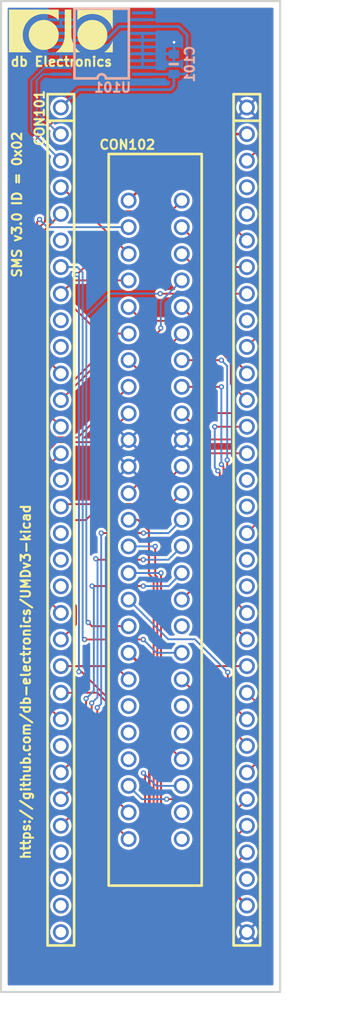
<source format=kicad_pcb>
(kicad_pcb (version 20221018) (generator pcbnew)
  (title_block (title "Sega Master System UMDv3 Adapter") (date "2023-11-17") (rev "3.0") (company "db Electronics") (comment 1 "Licensed Under CERN OHL v.1.2") (comment 2 "https://github.com/db-electronics/UMDv3-sms-kicad"))
  (layers (0 "F.Cu" signal) (31 "B.Cu" signal) (34 "B.Paste" user) (35 "F.Paste" user) (36 "B.SilkS" user "B.Silkscreen") (37 "F.SilkS" user "F.Silkscreen") (38 "B.Mask" user) (39 "F.Mask" user) (44 "Edge.Cuts" user))
  (net 0 "")
  (net 1 "+3V3")
  (net 2 "GND")
  (net 3 "/SDA")
  (net 4 "/SCL")
  (net 5 "/~{M8-B}")
  (net 6 "/A15")
  (net 7 "/A13")
  (net 8 "/~{M0-7}")
  (net 10 "/~{WR}")
  (net 11 "/A10")
  (net 12 "/A8")
  (net 13 "/D0")
  (net 14 "/D14")
  (net 15 "/D2")
  (net 16 "/D12")
  (net 17 "/D10")
  (net 18 "/D8")
  (net 19 "/D6")
  (net 20 "/D4")
  (net 21 "/A5")
  (net 22 "/A3")
  (net 23 "/A1")
  (net 26 "/~{M1}")
  (net 27 "/~{MC-F}")
  (net 28 "/~{MREQ}")
  (net 29 "/A2")
  (net 30 "/A4")
  (net 31 "/~{CE}")
  (net 32 "/A6")
  (net 35 "/D5")
  (net 36 "/D7")
  (net 39 "/D3")
  (net 42 "/D1")
  (net 43 "/A7")
  (net 44 "/A9")
  (net 45 "/A11")
  (net 46 "/~{RD}")
  (net 47 "/~{IORQ}")
  (net 48 "/A12")
  (net 49 "/A14")
  (net 50 "/~{BUSACK}")
  (net 51 "/~{BUSREQ}")
  (net 56 "/5V_0")
  (net 57 "/5V_1")
  (net 61 "/~{RST}")
  (net 62 "/CLK")
  (net 63 "/A0")
  (footprint "db-artwork:db-logo_10mm" (layer "F.Cu") (at 135.9154 58.7502)
    (fp_text reference "logo101" hide)
    (fp_text value "dblogo" hide)
  )
  (footprint "db-thparts:SMS-CONN" (layer "F.Cu") (at 142.367 74.93)
    (fp_text reference "CON102" (at -0.127 -5.334) (layer "F.SilkS") (effects (font (size 0.889 0.889) (thickness 0.2032))))
    (fp_text value "SMS-CONN" hide)
    (pad "1" thru_hole circle (at 0 0 180) (size 1.524 1.524) (drill 1.016) (layers "*.Cu" "*.Mask") (net 56 "/5V_0"))
    (pad "2" thru_hole circle (at 5.08 0 180) (size 1.524 1.524) (drill 1.016) (layers "*.Cu" "*.Mask") (net 10 "/~{WR}"))
    (pad "3" thru_hole circle (at 0 2.54 180) (size 1.524 1.524) (drill 1.016) (layers "*.Cu" "*.Mask") (net 28 "/~{MREQ}"))
    (pad "4" thru_hole circle (at 5.08 2.54 180) (size 1.524 1.524) (drill 1.016) (layers "*.Cu" "*.Mask") (net 46 "/~{RD}"))
    (pad "5" thru_hole circle (at 0 5.08 180) (size 1.524 1.524) (drill 1.016) (layers "*.Cu" "*.Mask") (net 5 "/~{M8-B}"))
    (pad "6" thru_hole circle (at 5.08 5.08 180) (size 1.524 1.524) (drill 1.016) (layers "*.Cu" "*.Mask") (net 49 "/A14"))
    (pad "7" thru_hole circle (at 0 7.62 180) (size 1.524 1.524) (drill 1.016) (layers "*.Cu" "*.Mask") (net 7 "/A13"))
    (pad "8" thru_hole circle (at 5.08 7.62 180) (size 1.524 1.524) (drill 1.016) (layers "*.Cu" "*.Mask") (net 12 "/A8"))
    (pad "9" thru_hole circle (at 0 10.16 180) (size 1.524 1.524) (drill 1.016) (layers "*.Cu" "*.Mask") (net 44 "/A9"))
    (pad "10" thru_hole circle (at 5.08 10.16 180) (size 1.524 1.524) (drill 1.016) (layers "*.Cu" "*.Mask") (net 45 "/A11"))
    (pad "11" thru_hole circle (at 0 12.7 180) (size 1.524 1.524) (drill 1.016) (layers "*.Cu" "*.Mask") (net 8 "/~{M0-7}"))
    (pad "12" thru_hole circle (at 5.08 12.7 180) (size 1.524 1.524) (drill 1.016) (layers "*.Cu" "*.Mask") (net 11 "/A10"))
    (pad "13" thru_hole circle (at 0 15.24 180) (size 1.524 1.524) (drill 1.016) (layers "*.Cu" "*.Mask") (net 31 "/~{CE}"))
    (pad "14" thru_hole circle (at 5.08 15.24 180) (size 1.524 1.524) (drill 1.016) (layers "*.Cu" "*.Mask") (net 36 "/D7"))
    (pad "15" thru_hole circle (at 0 17.78 180) (size 1.524 1.524) (drill 1.016) (layers "*.Cu" "*.Mask") (net 19 "/D6"))
    (pad "16" thru_hole circle (at 5.08 17.78 180) (size 1.524 1.524) (drill 1.016) (layers "*.Cu" "*.Mask") (net 35 "/D5"))
    (pad "17" thru_hole circle (at 0 20.32 180) (size 1.524 1.524) (drill 1.016) (layers "*.Cu" "*.Mask") (net 20 "/D4"))
    (pad "18" thru_hole circle (at 5.08 20.32 180) (size 1.524 1.524) (drill 1.016) (layers "*.Cu" "*.Mask") (net 39 "/D3"))
    (pad "19" thru_hole circle (at 0 22.86 180) (size 1.524 1.524) (drill 1.016) (layers "*.Cu" "*.Mask") (net 2 "GND"))
    (pad "20" thru_hole circle (at 5.08 22.86 180) (size 1.524 1.524) (drill 1.016) (layers "*.Cu" "*.Mask") (net 2 "GND"))
    (pad "21" thru_hole circle (at 0 25.4 180) (size 1.524 1.524) (drill 1.016) (layers "*.Cu" "*.Mask") (net 2 "GND"))
    (pad "22" thru_hole circle (at 5.08 25.4 180) (size 1.524 1.524) (drill 1.016) (layers "*.Cu" "*.Mask") (net 15 "/D2"))
    (pad "23" thru_hole circle (at 0 27.94 180) (size 1.524 1.524) (drill 1.016) (layers "*.Cu" "*.Mask") (net 42 "/D1"))
    (pad "24" thru_hole circle (at 5.08 27.94 180) (size 1.524 1.524) (drill 1.016) (layers "*.Cu" "*.Mask") (net 13 "/D0"))
    (pad "25" thru_hole circle (at 0 30.48 180) (size 1.524 1.524) (drill 1.016) (layers "*.Cu" "*.Mask") (net 63 "/A0"))
    (pad "26" thru_hole circle (at 5.08 30.48 180) (size 1.524 1.524) (drill 1.016) (layers "*.Cu" "*.Mask") (net 23 "/A1"))
    (pad "27" thru_hole circle (at 0 33.02 180) (size 1.524 1.524) (drill 1.016) (layers "*.Cu" "*.Mask") (net 29 "/A2"))
    (pad "28" thru_hole circle (at 5.08 33.02 180) (size 1.524 1.524) (drill 1.016) (layers "*.Cu" "*.Mask") (net 22 "/A3"))
    (pad "29" thru_hole circle (at 0 35.56 180) (size 1.524 1.524) (drill 1.016) (layers "*.Cu" "*.Mask") (net 30 "/A4"))
    (pad "30" thru_hole circle (at 5.08 35.56 180) (size 1.524 1.524) (drill 1.016) (layers "*.Cu" "*.Mask") (net 21 "/A5"))
    (pad "31" thru_hole circle (at 0 38.1 180) (size 1.524 1.524) (drill 1.016) (layers "*.Cu" "*.Mask") (net 32 "/A6"))
    (pad "32" thru_hole circle (at 5.08 38.1 180) (size 1.524 1.524) (drill 1.016) (layers "*.Cu" "*.Mask") (net 43 "/A7"))
    (pad "33" thru_hole circle (at 0 40.64 180) (size 1.524 1.524) (drill 1.016) (layers "*.Cu" "*.Mask") (net 48 "/A12"))
    (pad "34" thru_hole circle (at 5.08 40.64 180) (size 1.524 1.524) (drill 1.016) (layers "*.Cu" "*.Mask"))
    (pad "35" thru_hole circle (at 0 43.18 180) (size 1.524 1.524) (drill 1.016) (layers "*.Cu" "*.Mask") (net 57 "/5V_1"))
    (pad "36" thru_hole circle (at 5.08 43.18 180) (size 1.524 1.524) (drill 1.016) (layers "*.Cu" "*.Mask") (net 6 "/A15"))
    (pad "37" thru_hole circle (at 0 45.72 180) (size 1.524 1.524) (drill 1.016) (layers "*.Cu" "*.Mask") (net 26 "/~{M1}"))
    (pad "38" thru_hole circle (at 5.08 45.72 180) (size 1.524 1.524) (drill 1.016) (layers "*.Cu" "*.Mask") (net 47 "/~{IORQ}"))
    (pad "39" thru_hole circle (at 0 48.26 180) (size 1.524 1.524) (drill 1.016) (layers "*.Cu" "*.Mask"))
    (pad "40" thru_hole circle (at 5.08 48.26 180) (size 1.524 1.524) (drill 1.016) (layers "*.Cu" "*.Mask"))
    (pad "41" thru_hole circle (at 0 50.8 180) (size 1.524 1.524) (drill 1.016) (layers "*.Cu" "*.Mask"))
    (pad "42" thru_hole circle (at 5.08 50.8 180) (size 1.524 1.524) (drill 1.016) (layers "*.Cu" "*.Mask"))
    (pad "43" thru_hole circle (at 0 53.34 180) (size 1.524 1.524) (drill 1.016) (layers "*.Cu" "*.Mask"))
    (pad "44" thru_hole circle (at 5.08 53.34 180) (size 1.524 1.524) (drill 1.016) (layers "*.Cu" "*.Mask") (net 51 "/~{BUSREQ}"))
    (pad "45" thru_hole circle (at 0 55.88 180) (size 1.524 1.524) (drill 1.016) (layers "*.Cu" "*.Mask") (net 50 "/~{BUSACK}"))
    (pad "46" thru_hole circle (at 5.08 55.88 180) (size 1.524 1.524) (drill 1.016) (layers "*.Cu" "*.Mask") (net 61 "/~{RST}"))
    (pad "47" thru_hole circle (at 0 58.42 180) (size 1.524 1.524) (drill 1.016) (layers "*.Cu" "*.Mask") (net 62 "/CLK"))
    (pad "48" thru_hole circle (at 5.08 58.42 180) (size 1.524 1.524) (drill 1.016) (layers "*.Cu" "*.Mask"))
    (pad "49" thru_hole circle (at 0 60.96 180) (size 1.524 1.524) (drill 1.016) (layers "*.Cu" "*.Mask") (net 27 "/~{MC-F}"))
    (pad "50" thru_hole circle (at 5.08 60.96 180) (size 1.524 1.524) (drill 1.016) (layers "*.Cu" "*.Mask"))
  )
  (footprint "db-thparts:UMDv3-CONN-DIP64" (layer "F.Cu") (at 135.89 66.04)
    (fp_text reference "CON101" (at -2.032 1.016 90) (layer "F.SilkS") (effects (font (size 0.889 0.889) (thickness 0.2032))))
    (fp_text value "UMDv3-CONN" hide)
    (pad "1" thru_hole circle (at 0 0) (size 1.524 1.524) (drill 1.016) (layers "*.Cu" "*.Mask") (net 1 "+3V3"))
    (pad "2" thru_hole circle (at 0 2.54) (size 1.524 1.524) (drill 1.016) (layers "*.Cu" "*.Mask") (net 4 "/SCL"))
    (pad "3" thru_hole circle (at 0 5.08) (size 1.524 1.524) (drill 1.016) (layers "*.Cu" "*.Mask") (net 3 "/SDA"))
    (pad "4" thru_hole circle (at 0 7.62) (size 1.524 1.524) (drill 1.016) (layers "*.Cu" "*.Mask") (net 5 "/~{M8-B}"))
    (pad "5" thru_hole circle (at 0 10.16) (size 1.524 1.524) (drill 1.016) (layers "*.Cu" "*.Mask") (net 8 "/~{M0-7}"))
    (pad "6" thru_hole circle (at 0 12.7) (size 1.524 1.524) (drill 1.016) (layers "*.Cu" "*.Mask"))
    (pad "7" thru_hole circle (at 0 15.24) (size 1.524 1.524) (drill 1.016) (layers "*.Cu" "*.Mask") (net 6 "/A15"))
    (pad "8" thru_hole circle (at 0 17.78) (size 1.524 1.524) (drill 1.016) (layers "*.Cu" "*.Mask") (net 7 "/A13"))
    (pad "9" thru_hole circle (at 0 20.32) (size 1.524 1.524) (drill 1.016) (layers "*.Cu" "*.Mask"))
    (pad "10" thru_hole circle (at 0 22.86) (size 1.524 1.524) (drill 1.016) (layers "*.Cu" "*.Mask"))
    (pad "11" thru_hole circle (at 0 25.4) (size 1.524 1.524) (drill 1.016) (layers "*.Cu" "*.Mask") (net 10 "/~{WR}"))
    (pad "12" thru_hole circle (at 0 27.94) (size 1.524 1.524) (drill 1.016) (layers "*.Cu" "*.Mask") (net 11 "/A10"))
    (pad "13" thru_hole circle (at 0 30.48) (size 1.524 1.524) (drill 1.016) (layers "*.Cu" "*.Mask") (net 12 "/A8"))
    (pad "14" thru_hole circle (at 0 33.02) (size 1.524 1.524) (drill 1.016) (layers "*.Cu" "*.Mask") (net 13 "/D0"))
    (pad "15" thru_hole circle (at 0 35.56) (size 1.524 1.524) (drill 1.016) (layers "*.Cu" "*.Mask") (net 14 "/D14"))
    (pad "16" thru_hole circle (at 0 38.1) (size 1.524 1.524) (drill 1.016) (layers "*.Cu" "*.Mask") (net 15 "/D2"))
    (pad "17" thru_hole circle (at 0 40.64) (size 1.524 1.524) (drill 1.016) (layers "*.Cu" "*.Mask") (net 16 "/D12"))
    (pad "18" thru_hole circle (at 0 43.18) (size 1.524 1.524) (drill 1.016) (layers "*.Cu" "*.Mask") (net 17 "/D10"))
    (pad "19" thru_hole circle (at 0 45.72) (size 1.524 1.524) (drill 1.016) (layers "*.Cu" "*.Mask") (net 18 "/D8"))
    (pad "20" thru_hole circle (at 0 48.26) (size 1.524 1.524) (drill 1.016) (layers "*.Cu" "*.Mask") (net 19 "/D6"))
    (pad "21" thru_hole circle (at 0 50.8) (size 1.524 1.524) (drill 1.016) (layers "*.Cu" "*.Mask") (net 20 "/D4"))
    (pad "22" thru_hole circle (at 0 53.34) (size 1.524 1.524) (drill 1.016) (layers "*.Cu" "*.Mask") (net 26 "/~{M1}"))
    (pad "23" thru_hole circle (at 0 55.88) (size 1.524 1.524) (drill 1.016) (layers "*.Cu" "*.Mask") (net 27 "/~{MC-F}"))
    (pad "24" thru_hole circle (at 0 58.42) (size 1.524 1.524) (drill 1.016) (layers "*.Cu" "*.Mask") (net 28 "/~{MREQ}"))
    (pad "25" thru_hole circle (at 0 60.96) (size 1.524 1.524) (drill 1.016) (layers "*.Cu" "*.Mask"))
    (pad "26" thru_hole circle (at 0 63.5) (size 1.524 1.524) (drill 1.016) (layers "*.Cu" "*.Mask") (net 21 "/A5"))
    (pad "27" thru_hole circle (at 0 66.04) (size 1.524 1.524) (drill 1.016) (layers "*.Cu" "*.Mask") (net 22 "/A3"))
    (pad "28" thru_hole circle (at 0 68.58) (size 1.524 1.524) (drill 1.016) (layers "*.Cu" "*.Mask") (net 23 "/A1"))
    (pad "29" thru_hole circle (at 0 71.12) (size 1.524 1.524) (drill 1.016) (layers "*.Cu" "*.Mask"))
    (pad "30" thru_hole circle (at 0 73.66) (size 1.524 1.524) (drill 1.016) (layers "*.Cu" "*.Mask"))
    (pad "31" thru_hole circle (at 0 76.2) (size 1.524 1.524) (drill 1.016) (layers "*.Cu" "*.Mask"))
    (pad "32" thru_hole circle (at 0 78.74) (size 1.524 1.524) (drill 1.016) (layers "*.Cu" "*.Mask"))
    (pad "33" thru_hole circle (at 17.78 78.74) (size 1.524 1.524) (drill 1.016) (layers "*.Cu" "*.Mask") (net 2 "GND"))
    (pad "34" thru_hole circle (at 17.78 76.2) (size 1.524 1.524) (drill 1.016) (layers "*.Cu" "*.Mask") (net 57 "/5V_1"))
    (pad "35" thru_hole circle (at 17.78 73.66) (size 1.524 1.524) (drill 1.016) (layers "*.Cu" "*.Mask"))
    (pad "36" thru_hole circle (at 17.78 71.12) (size 1.524 1.524) (drill 1.016) (layers "*.Cu" "*.Mask") (net 63 "/A0"))
    (pad "37" thru_hole circle (at 17.78 68.58) (size 1.524 1.524) (drill 1.016) (layers "*.Cu" "*.Mask") (net 29 "/A2"))
    (pad "38" thru_hole circle (at 17.78 66.04) (size 1.524 1.524) (drill 1.016) (layers "*.Cu" "*.Mask") (net 30 "/A4"))
    (pad "39" thru_hole circle (at 17.78 63.5) (size 1.524 1.524) (drill 1.016) (layers "*.Cu" "*.Mask") (net 31 "/~{CE}"))
    (pad "40" thru_hole circle (at 17.78 60.96) (size 1.524 1.524) (drill 1.016) (layers "*.Cu" "*.Mask") (net 47 "/~{IORQ}"))
    (pad "41" thru_hole circle (at 17.78 58.42) (size 1.524 1.524) (drill 1.016) (layers "*.Cu" "*.Mask") (net 32 "/A6"))
    (pad "42" thru_hole circle (at 17.78 55.88) (size 1.524 1.524) (drill 1.016) (layers "*.Cu" "*.Mask") (net 50 "/~{BUSACK}"))
    (pad "43" thru_hole circle (at 17.78 53.34) (size 1.524 1.524) (drill 1.016) (layers "*.Cu" "*.Mask") (net 51 "/~{BUSREQ}"))
    (pad "44" thru_hole circle (at 17.78 50.8) (size 1.524 1.524) (drill 1.016) (layers "*.Cu" "*.Mask") (net 35 "/D5"))
    (pad "45" thru_hole circle (at 17.78 48.26) (size 1.524 1.524) (drill 1.016) (layers "*.Cu" "*.Mask") (net 36 "/D7"))
    (pad "46" thru_hole circle (at 17.78 45.72) (size 1.524 1.524) (drill 1.016) (layers "*.Cu" "*.Mask"))
    (pad "47" thru_hole circle (at 17.78 43.18) (size 1.524 1.524) (drill 1.016) (layers "*.Cu" "*.Mask"))
    (pad "48" thru_hole circle (at 17.78 40.64) (size 1.524 1.524) (drill 1.016) (layers "*.Cu" "*.Mask") (net 39 "/D3"))
    (pad "49" thru_hole circle (at 17.78 38.1) (size 1.524 1.524) (drill 1.016) (layers "*.Cu" "*.Mask"))
    (pad "50" thru_hole circle (at 17.78 35.56) (size 1.524 1.524) (drill 1.016) (layers "*.Cu" "*.Mask"))
    (pad "51" thru_hole circle (at 17.78 33.02) (size 1.524 1.524) (drill 1.016) (layers "*.Cu" "*.Mask") (net 42 "/D1"))
    (pad "52" thru_hole circle (at 17.78 30.48) (size 1.524 1.524) (drill 1.016) (layers "*.Cu" "*.Mask") (net 43 "/A7"))
    (pad "53" thru_hole circle (at 17.78 27.94) (size 1.524 1.524) (drill 1.016) (layers "*.Cu" "*.Mask") (net 44 "/A9"))
    (pad "54" thru_hole circle (at 17.78 25.4) (size 1.524 1.524) (drill 1.016) (layers "*.Cu" "*.Mask") (net 45 "/A11"))
    (pad "55" thru_hole circle (at 17.78 22.86) (size 1.524 1.524) (drill 1.016) (layers "*.Cu" "*.Mask") (net 46 "/~{RD}"))
    (pad "56" thru_hole circle (at 17.78 20.32) (size 1.524 1.524) (drill 1.016) (layers "*.Cu" "*.Mask"))
    (pad "57" thru_hole circle (at 17.78 17.78) (size 1.524 1.524) (drill 1.016) (layers "*.Cu" "*.Mask") (net 48 "/A12"))
    (pad "58" thru_hole circle (at 17.78 15.24) (size 1.524 1.524) (drill 1.016) (layers "*.Cu" "*.Mask") (net 49 "/A14"))
    (pad "59" thru_hole circle (at 17.78 12.7) (size 1.524 1.524) (drill 1.016) (layers "*.Cu" "*.Mask") (net 62 "/CLK"))
    (pad "60" thru_hole circle (at 17.78 10.16) (size 1.524 1.524) (drill 1.016) (layers "*.Cu" "*.Mask"))
    (pad "61" thru_hole circle (at 17.78 7.62) (size 1.524 1.524) (drill 1.016) (layers "*.Cu" "*.Mask"))
    (pad "62" thru_hole circle (at 17.78 5.08) (size 1.524 1.524) (drill 1.016) (layers "*.Cu" "*.Mask") (net 61 "/~{RST}"))
    (pad "63" thru_hole circle (at 17.78 2.54) (size 1.524 1.524) (drill 1.016) (layers "*.Cu" "*.Mask") (net 56 "/5V_0"))
    (pad "64" thru_hole circle (at 17.78 0) (size 1.524 1.524) (drill 1.016) (layers "*.Cu" "*.Mask") (net 2 "GND"))
  )
  (footprint "db-smt:0603" (layer "B.Cu") (at 146.685 61.8998 90)
    (fp_text reference "C101" (at 0 1.524 90) (layer "B.SilkS") (effects (font (size 0.889 0.889) (thickness 0.2032)) (justify mirror)))
    (fp_text value "0.1uF/50V" hide)
    (pad "1" smd rect (at -0.95 0 90) (size 0.8 1) (layers "B.Cu" "B.Paste" "B.Mask") (net 1 "+3V3"))
    (pad "2" smd rect (at 0.95 0 90) (size 0.8 1) (layers "B.Cu" "B.Paste" "B.Mask") (net 2 "GND"))
  )
  (footprint "db-smt:SSOP-20" (layer "B.Cu") (at 135.89 62.865)
    (fp_text reference "U101" (at 4.953 1.27) (layer "B.SilkS") (effects (font (size 0.889 0.889) (thickness 0.2032)) (justify mirror)))
    (fp_text value "MCP23008T-E_SS" hide)
    (pad "1" smd rect (at 0 0) (size 2 0.3) (layers "B.Cu" "B.Paste" "B.Mask") (net 4 "/SCL"))
    (pad "2" smd rect (at 0 -0.65) (size 2 0.3) (layers "B.Cu" "B.Paste" "B.Mask") (net 3 "/SDA"))
    (pad "3" smd rect (at 0 -1.3) (size 2 0.3) (layers "B.Cu" "B.Paste" "B.Mask") (net 2 "GND"))
    (pad "4" smd rect (at 0 -1.95) (size 2 0.3) (layers "B.Cu" "B.Paste" "B.Mask") (net 2 "GND"))
    (pad "5" smd rect (at 0 -2.6) (size 2 0.3) (layers "B.Cu" "B.Paste" "B.Mask") (net 2 "GND"))
    (pad "6" smd rect (at 0 -3.25) (size 2 0.3) (layers "B.Cu" "B.Paste" "B.Mask") (net 1 "+3V3"))
    (pad "7" smd rect (at 0 -3.9) (size 2 0.3) (layers "B.Cu" "B.Paste" "B.Mask"))
    (pad "8" smd rect (at 0 -4.55) (size 2 0.3) (layers "B.Cu" "B.Paste" "B.Mask") (net 2 "GND"))
    (pad "9" smd rect (at 0 -5.2) (size 2 0.3) (layers "B.Cu" "B.Paste" "B.Mask") (net 2 "GND"))
    (pad "10" smd rect (at 0 -5.85) (size 2 0.3) (layers "B.Cu" "B.Paste" "B.Mask"))
    (pad "11" smd rect (at 7.8 -5.85) (size 2 0.3) (layers "B.Cu" "B.Paste" "B.Mask"))
    (pad "12" smd rect (at 7.8 -5.2) (size 2 0.3) (layers "B.Cu" "B.Paste" "B.Mask") (net 2 "GND"))
    (pad "13" smd rect (at 7.8 -4.55) (size 2 0.3) (layers "B.Cu" "B.Paste" "B.Mask") (net 1 "+3V3"))
    (pad "14" smd rect (at 7.8 -3.9) (size 2 0.3) (layers "B.Cu" "B.Paste" "B.Mask") (net 2 "GND"))
    (pad "15" smd rect (at 7.8 -3.25) (size 2 0.3) (layers "B.Cu" "B.Paste" "B.Mask") (net 2 "GND"))
    (pad "16" smd rect (at 7.8 -2.6) (size 2 0.3) (layers "B.Cu" "B.Paste" "B.Mask") (net 2 "GND"))
    (pad "17" smd rect (at 7.8 -1.95) (size 2 0.3) (layers "B.Cu" "B.Paste" "B.Mask") (net 2 "GND"))
    (pad "18" smd rect (at 7.8 -1.3) (size 2 0.3) (layers "B.Cu" "B.Paste" "B.Mask") (net 2 "GND"))
    (pad "19" smd rect (at 7.8 -0.65) (size 2 0.3) (layers "B.Cu" "B.Paste" "B.Mask") (net 2 "GND"))
    (pad "20" smd rect (at 7.8 0) (size 2 0.3) (layers "B.Cu" "B.Paste" "B.Mask") (net 1 "+3V3"))
  )
  (gr_line (start 156.845 55.88) (end 156.845 150.495) (stroke (width 0.2)) (layer "Edge.Cuts"))
  (gr_line (start 130.175 150.495) (end 130.175 55.88) (stroke (width 0.2)) (layer "Edge.Cuts"))
  (gr_line (start 156.845 150.495) (end 130.175 150.495) (stroke (width 0.2)) (layer "Edge.Cuts"))
  (gr_line (start 156.845 55.88) (end 130.175 55.88) (stroke (width 0.2)) (layer "Edge.Cuts"))
  (gr_text "db Electronics" (at 135.9408 61.6712) (layer "F.SilkS") (effects (font (size 0.889 0.889) (thickness 0.2032) bold)))
  (gr_text "SMS v3.0 ID = 0x02" (at 131.699 75.311 90) (layer "F.SilkS") (effects (font (size 0.889 0.889) (thickness 0.2032) bold)))
  (gr_text "https://github.com/db-electronics/UMDv3-kicad" (at 132.5372 120.8786 90) (layer "F.SilkS") (effects (font (size 0.889 0.889) (thickness 0.2032) bold)))
  (segment (start 147.1642 58.315) (end 143.69 58.315) (width 0.254) (layer "B.Cu") (net 1))
  (segment (start 146.685 62.8498) (end 147.7162 62.8498) (width 0.254) (layer "B.Cu") (net 1))
  (segment (start 146.6698 62.865) (end 146.685 62.8498) (width 0.254) (layer "B.Cu") (net 1))
  (segment (start 146.3548 64.3382) (end 146.685 64.008) (width 0.254) (layer "B.Cu") (net 1))
  (segment (start 140.1814 59.615) (end 135.89 59.615) (width 0.254) (layer "B.Cu") (net 1))
  (segment (start 143.69 58.315) (end 141.4814 58.315) (width 0.254) (layer "B.Cu") (net 1))
  (segment (start 137.5918 64.3382) (end 146.3548 64.3382) (width 0.254) (layer "B.Cu") (net 1))
  (segment (start 147.955 59.1058) (end 147.1642 58.315) (width 0.254) (layer "B.Cu") (net 1))
  (segment (start 143.69 62.865) (end 146.6698 62.865) (width 0.254) (layer "B.Cu") (net 1))
  (segment (start 147.7162 62.8498) (end 147.955 62.611) (width 0.254) (layer "B.Cu") (net 1))
  (segment (start 135.89 66.04) (end 137.5918 64.3382) (width 0.254) (layer "B.Cu") (net 1))
  (segment (start 141.4814 58.315) (end 140.1814 59.615) (width 0.254) (layer "B.Cu") (net 1))
  (segment (start 146.685 64.008) (end 146.685 62.8498) (width 0.254) (layer "B.Cu") (net 1))
  (segment (start 147.955 62.611) (end 147.955 59.1058) (width 0.254) (layer "B.Cu") (net 1))
  (via (at 146.7104 59.817) (size 0.508) (drill 0.254) (layers "F.Cu" "B.Cu") (net 2))
  (segment (start 144.944 60.915) (end 144.9498 60.9092) (width 0.254) (layer "B.Cu") (net 2))
  (segment (start 143.69 60.915) (end 144.944 60.915) (width 0.254) (layer "B.Cu") (net 2))
  (segment (start 144.9498 60.9092) (end 146.6342 60.9092) (width 0.254) (layer "B.Cu") (net 2))
  (segment (start 146.7104 59.817) (end 146.7104 60.17621) (width 0.254) (layer "B.Cu") (net 2))
  (segment (start 146.7104 60.17621) (end 146.7358 60.20161) (width 0.254) (layer "B.Cu") (net 2))
  (segment (start 143.69 57.711) (end 143.6878 57.7088) (width 0.254) (layer "B.Cu") (net 2))
  (segment (start 146.6342 60.9092) (end 146.6596 60.8838) (width 0.254) (layer "B.Cu") (net 2))
  (segment (start 146.7358 60.20161) (end 146.7358 60.96) (width 0.254) (layer "B.Cu") (net 2))
  (segment (start 134.3152 62.23) (end 135.9408 62.23) (width 0.1778) (layer "B.Cu") (net 3))
  (segment (start 133.0706 63.4746) (end 134.3152 62.23) (width 0.1778) (layer "B.Cu") (net 3))
  (segment (start 133.0706 68.3006) (end 133.0706 63.4746) (width 0.1778) (layer "B.Cu") (net 3))
  (segment (start 135.89 71.12) (end 133.0706 68.3006) (width 0.1778) (layer "B.Cu") (net 3))
  (segment (start 134.1882 62.865) (end 133.5786 63.4746) (width 0.1778) (layer "B.Cu") (net 4))
  (segment (start 135.89 62.865) (end 134.1882 62.865) (width 0.1778) (layer "B.Cu") (net 4))
  (segment (start 133.5786 63.4746) (end 133.5786 66.4464) (width 0.1778) (layer "B.Cu") (net 4))
  (segment (start 135.7884 68.6562) (end 135.7884 68.6308) (width 0.1778) (layer "B.Cu") (net 4))
  (segment (start 133.5786 66.4464) (end 135.7884 68.6562) (width 0.1778) (layer "B.Cu") (net 4))
  (segment (start 142.367 80.01) (end 136.017 73.66) (width 0.1778) (layer "F.Cu") (net 5))
  (segment (start 136.017 73.66) (end 135.89 73.66) (width 0.1778) (layer "F.Cu") (net 5))
  (segment (start 138.1506 116.84) (end 143.764 116.84) (width 0.1778) (layer "F.Cu") (net 6))
  (via (at 138.1506 116.84) (size 0.508) (drill 0.254) (layers "F.Cu" "B.Cu") (net 6))
  (via (at 143.764 116.84) (size 0.508) (drill 0.254) (layers "F.Cu" "B.Cu") (net 6))
  (segment (start 145.034 118.11) (end 147.447 118.11) (width 0.1778) (layer "B.Cu") (net 6))
  (segment (start 143.764 116.84) (end 145.034 118.11) (width 0.1778) (layer "B.Cu") (net 6))
  (segment (start 137.9728 116.6622) (end 138.1506 116.84) (width 0.1778) (layer "B.Cu") (net 6))
  (segment (start 137.9728 116.078) (end 137.9728 116.6622) (width 0.1778) (layer "B.Cu") (net 6))
  (segment (start 135.89 81.28) (end 137.4648 81.28) (width 0.1778) (layer "B.Cu") (net 6))
  (segment (start 137.9728 81.788) (end 137.9728 116.078) (width 0.1778) (layer "B.Cu") (net 6))
  (segment (start 137.4648 81.28) (end 137.9728 81.788) (width 0.1778) (layer "B.Cu") (net 6))
  (segment (start 142.367 82.55) (end 137.16 82.55) (width 0.1778) (layer "F.Cu") (net 7))
  (segment (start 137.16 82.55) (end 135.89 83.82) (width 0.1778) (layer "F.Cu") (net 7))
  (segment (start 142.367 87.63) (end 139.5984 87.63) (width 0.1778) (layer "F.Cu") (net 8))
  (segment (start 137.033 85.0646) (end 135.0264 85.0646) (width 0.1778) (layer "F.Cu") (net 8))
  (segment (start 134.3406 77.7494) (end 135.89 76.2) (width 0.1778) (layer "F.Cu") (net 8))
  (segment (start 134.3406 84.3788) (end 134.3406 77.7494) (width 0.1778) (layer "F.Cu") (net 8))
  (segment (start 139.5984 87.63) (end 137.033 85.0646) (width 0.1778) (layer "F.Cu") (net 8))
  (segment (start 135.0264 85.0646) (end 134.3406 84.3788) (width 0.1778) (layer "F.Cu") (net 8))
  (segment (start 135.0772 72.4154) (end 137.033 72.4154) (width 0.1778) (layer "F.Cu") (net 10))
  (segment (start 137.033 72.4154) (end 140.5763 75.9587) (width 0.1778) (layer "F.Cu") (net 10))
  (segment (start 140.5763 75.9587) (end 146.4183 75.9587) (width 0.1778) (layer "F.Cu") (net 10))
  (segment (start 135.89 91.44) (end 133.985 89.535) (width 0.1778) (layer "F.Cu") (net 10))
  (segment (start 133.985 89.535) (end 133.985 77.342782) (width 0.1778) (layer "F.Cu") (net 10))
  (segment (start 146.4183 75.9587) (end 147.447 74.93) (width 0.1778) (layer "F.Cu") (net 10))
  (segment (start 134.3787 76.949082) (end 134.3787 73.1139) (width 0.1778) (layer "F.Cu") (net 10))
  (segment (start 134.3787 73.1139) (end 135.0772 72.4154) (width 0.1778) (layer "F.Cu") (net 10))
  (segment (start 133.985 77.342782) (end 134.3787 76.949082) (width 0.1778) (layer "F.Cu") (net 10))
  (segment (start 147.447 87.63) (end 145.9738 89.1032) (width 0.1778) (layer "F.Cu") (net 11))
  (segment (start 140.7668 89.1032) (end 135.89 93.98) (width 0.1778) (layer "F.Cu") (net 11))
  (segment (start 145.9738 89.1032) (end 140.7668 89.1032) (width 0.1778) (layer "F.Cu") (net 11))
  (segment (start 143.9418 88.7476) (end 140.4874 88.7476) (width 0.1778) (layer "F.Cu") (net 12))
  (segment (start 134.3152 93.3958) (end 134.3152 94.9452) (width 0.1778) (layer "F.Cu") (net 12))
  (segment (start 134.3152 94.9452) (end 135.89 96.52) (width 0.1778) (layer "F.Cu") (net 12))
  (segment (start 145.4404 87.0966) (end 145.4404 87.249) (width 0.1778) (layer "F.Cu") (net 12))
  (segment (start 135.001 92.71) (end 134.3152 93.3958) (width 0.1778) (layer "F.Cu") (net 12))
  (segment (start 145.4404 87.249) (end 143.9418 88.7476) (width 0.1778) (layer "F.Cu") (net 12))
  (segment (start 140.4874 88.7476) (end 136.525 92.71) (width 0.1778) (layer "F.Cu") (net 12))
  (segment (start 136.525 92.71) (end 135.001 92.71) (width 0.1778) (layer "F.Cu") (net 12))
  (via (at 145.4404 87.0966) (size 0.508) (drill 0.254) (layers "F.Cu" "B.Cu") (net 12))
  (segment (start 145.4404 87.0966) (end 145.4404 84.5566) (width 0.1778) (layer "B.Cu") (net 12))
  (segment (start 145.4404 84.5566) (end 147.447 82.55) (width 0.1778) (layer "B.Cu") (net 12))
  (segment (start 147.447 102.87) (end 146.05 104.267) (width 0.1778) (layer "F.Cu") (net 13))
  (segment (start 139.446 104.267) (end 138.2776 105.4354) (width 0.1778) (layer "F.Cu") (net 13))
  (segment (start 146.05 104.267) (end 139.446 104.267) (width 0.1778) (layer "F.Cu") (net 13))
  (segment (start 135.503894 105.4354) (end 134.6962 104.627706) (width 0.1778) (layer "F.Cu") (net 13))
  (segment (start 134.6962 100.2538) (end 135.89 99.06) (width 0.1778) (layer "F.Cu") (net 13))
  (segment (start 134.6962 104.627706) (end 134.6962 100.2538) (width 0.1778) (layer "F.Cu") (net 13))
  (segment (start 138.2776 105.4354) (end 135.503894 105.4354) (width 0.1778) (layer "F.Cu") (net 13))
  (segment (start 136.1186 103.9114) (end 143.8656 103.9114) (width 0.1778) (layer "F.Cu") (net 15))
  (segment (start 143.8656 103.9114) (end 147.447 100.33) (width 0.1778) (layer "F.Cu") (net 15))
  (segment (start 135.89 104.14) (end 136.1186 103.9114) (width 0.1778) (layer "F.Cu") (net 15))
  (segment (start 137.5283 97.5487) (end 135.272806 97.5487) (width 0.1778) (layer "F.Cu") (net 19))
  (segment (start 133.985 112.395) (end 135.89 114.3) (width 0.1778) (layer "F.Cu") (net 19))
  (segment (start 135.272806 97.5487) (end 133.985 98.836506) (width 0.1778) (layer "F.Cu") (net 19))
  (segment (start 133.985 98.836506) (end 133.985 112.395) (width 0.1778) (layer "F.Cu") (net 19))
  (segment (start 142.367 92.71) (end 137.5283 97.5487) (width 0.1778) (layer "F.Cu") (net 19))
  (segment (start 135.2042 113.0808) (end 136.8044 113.0808) (width 0.1778) (layer "F.Cu") (net 20))
  (segment (start 142.367 95.25) (end 139.6238 97.9932) (width 0.1778) (layer "F.Cu") (net 20))
  (segment (start 135.498788 97.9932) (end 134.3406 99.151388) (width 0.1778) (layer "F.Cu") (net 20))
  (segment (start 134.3406 99.151388) (end 134.3406 112.2172) (width 0.1778) (layer "F.Cu") (net 20))
  (segment (start 136.8044 113.0808) (end 137.3378 113.6142) (width 0.1778) (layer "F.Cu") (net 20))
  (segment (start 139.6238 97.9932) (end 135.498788 97.9932) (width 0.1778) (layer "F.Cu") (net 20))
  (segment (start 137.3378 115.3922) (end 135.89 116.84) (width 0.1778) (layer "F.Cu") (net 20))
  (segment (start 134.3406 112.2172) (end 135.2042 113.0808) (width 0.1778) (layer "F.Cu") (net 20))
  (segment (start 137.3378 113.6142) (end 137.3378 115.3922) (width 0.1778) (layer "F.Cu") (net 20))
  (segment (start 143.764 111.7346) (end 138.8745 111.7346) (width 0.1778) (layer "F.Cu") (net 21))
  (segment (start 138.303 127.127) (end 138.303 122.4788) (width 0.1778) (layer "F.Cu") (net 21))
  (segment (start 135.89 129.54) (end 138.303 127.127) (width 0.1778) (layer "F.Cu") (net 21))
  (via (at 138.303 122.4788) (size 0.508) (drill 0.254) (layers "F.Cu" "B.Cu") (net 21))
  (via (at 143.764 111.7346) (size 0.508) (drill 0.254) (layers "F.Cu" "B.Cu") (net 21))
  (via (at 138.8745 111.7346) (size 0.508) (drill 0.254) (layers "F.Cu" "B.Cu") (net 21))
  (segment (start 143.764 111.7346) (end 146.2024 111.7346) (width 0.1778) (layer "B.Cu") (net 21))
  (segment (start 139.0396 111.8997) (end 138.8745 111.7346) (width 0.1778) (layer "B.Cu") (net 21))
  (segment (start 138.303 122.4788) (end 139.0396 121.7422) (width 0.1778) (layer "B.Cu") (net 21))
  (segment (start 139.0396 121.7422) (end 139.0396 111.8997) (width 0.1778) (layer "B.Cu") (net 21))
  (segment (start 146.2024 111.7346) (end 147.447 110.49) (width 0.1778) (layer "B.Cu") (net 21))
  (segment (start 138.8364 129.1336) (end 138.8364 122.9106) (width 0.1778) (layer "F.Cu") (net 22))
  (segment (start 135.89 132.08) (end 138.8364 129.1336) (width 0.1778) (layer "F.Cu") (net 22))
  (segment (start 139.3952 109.22) (end 139.297486 109.122286) (width 0.1778) (layer "F.Cu") (net 22))
  (segment (start 139.297486 109.122286) (end 139.2301 109.122286) (width 0.1778) (layer "F.Cu") (net 22))
  (segment (start 143.764 109.22) (end 139.3952 109.22) (width 0.1778) (layer "F.Cu") (net 22))
  (via (at 143.764 109.22) (size 0.508) (drill 0.254) (layers "F.Cu" "B.Cu") (net 22))
  (via (at 139.2301 109.122286) (size 0.508) (drill 0.254) (layers "F.Cu" "B.Cu") (net 22))
  (via (at 138.8364 122.9106) (size 0.508) (drill 0.254) (layers "F.Cu" "B.Cu") (net 22))
  (segment (start 139.3952 109.22) (end 139.3952 122.3518) (width 0.1778) (layer "B.Cu") (net 22))
  (segment (start 139.2301 109.122286) (end 139.297486 109.122286) (width 0.1778) (layer "B.Cu") (net 22))
  (segment (start 139.297486 109.122286) (end 139.3952 109.22) (width 0.1778) (layer "B.Cu") (net 22))
  (segment (start 139.3952 122.3518) (end 138.8364 122.9106) (width 0.1778) (layer "B.Cu") (net 22))
  (segment (start 146.177 109.22) (end 147.447 107.95) (width 0.1778) (layer "B.Cu") (net 22))
  (segment (start 143.764 109.22) (end 146.177 109.22) (width 0.1778) (layer "B.Cu") (net 22))
  (segment (start 139.3698 131.1402) (end 139.3698 123.3424) (width 0.1778) (layer "F.Cu") (net 23))
  (segment (start 139.7508 106.68) (end 143.7894 106.68) (width 0.1778) (layer "F.Cu") (net 23))
  (segment (start 135.89 134.62) (end 139.3698 131.1402) (width 0.1778) (layer "F.Cu") (net 23))
  (via (at 139.7508 106.68) (size 0.508) (drill 0.254) (layers "F.Cu" "B.Cu") (net 23))
  (via (at 143.7894 106.68) (size 0.508) (drill 0.254) (layers "F.Cu" "B.Cu") (net 23))
  (via (at 139.3698 123.3424) (size 0.508) (drill 0.254) (layers "F.Cu" "B.Cu") (net 23))
  (segment (start 143.7894 106.68) (end 146.177 106.68) (width 0.1778) (layer "B.Cu") (net 23))
  (segment (start 139.7508 106.68) (end 139.7508 122.9614) (width 0.1778) (layer "B.Cu") (net 23))
  (segment (start 139.7508 122.9614) (end 139.3698 123.3424) (width 0.1778) (layer "B.Cu") (net 23))
  (segment (start 146.177 106.68) (end 147.447 105.41) (width 0.1778) (layer "B.Cu") (net 23))
  (segment (start 141.097 119.38) (end 142.367 120.65) (width 0.1778) (layer "F.Cu") (net 26))
  (segment (start 135.89 119.38) (end 141.097 119.38) (width 0.1778) (layer "F.Cu") (net 26))
  (segment (start 135.89 121.92) (end 139.3698 121.92) (width 0.1778) (layer "F.Cu") (net 27))
  (segment (start 139.3698 121.92) (end 140.716 123.2662) (width 0.1778) (layer "F.Cu") (net 27))
  (segment (start 140.716 134.239) (end 142.367 135.89) (width 0.1778) (layer "F.Cu") (net 27))
  (segment (start 140.716 123.2662) (end 140.716 134.239) (width 0.1778) (layer "F.Cu") (net 27))
  (segment (start 134.4676 113.388626) (end 133.894587 112.815613) (width 0.1778) (layer "F.Cu") (net 28))
  (segment (start 134.4676 123.0376) (end 134.4676 113.388626) (width 0.1778) (layer "F.Cu") (net 28))
  (segment (start 133.6294 112.550426) (end 133.894587 112.815613) (width 0.1778) (layer "F.Cu") (net 28))
  (segment (start 133.858 76.7334) (end 133.6294 76.962) (width 0.1778) (layer "F.Cu") (net 28))
  (segment (start 135.89 124.46) (end 134.4676 123.0376) (width 0.1778) (layer "F.Cu") (net 28))
  (segment (start 133.6294 76.962) (end 133.6294 112.550426) (width 0.1778) (layer "F.Cu") (net 28))
  (via (at 133.858 76.7334) (size 0.508) (drill 0.254) (layers "F.Cu" "B.Cu") (net 28))
  (segment (start 134.5946 77.47) (end 133.858 76.7334) (width 0.1778) (layer "B.Cu") (net 28))
  (segment (start 142.367 77.47) (end 134.5946 77.47) (width 0.1778) (layer "B.Cu") (net 28))
  (segment (start 153.67 134.62) (end 150.7236 137.5664) (width 0.1778) (layer "F.Cu") (net 29))
  (segment (start 144.907 110.2106) (end 144.907 107.95) (width 0.1778) (layer "F.Cu") (net 29))
  (segment (start 145.1102 135.9916) (end 145.1102 135.3566) (width 0.1778) (layer "F.Cu") (net 29))
  (segment (start 147.0406 137.5664) (end 146.685 137.5664) (width 0.1778) (layer "F.Cu") (net 29))
  (segment (start 146.2278 137.1092) (end 145.1102 135.9916) (width 0.1778) (layer "F.Cu") (net 29))
  (segment (start 145.1102 110.8964) (end 144.907 110.6932) (width 0.1778) (layer "F.Cu") (net 29))
  (segment (start 145.1102 135.3566) (end 145.1102 110.8964) (width 0.1778) (layer "F.Cu") (net 29))
  (segment (start 144.907 110.6932) (end 144.907 110.2106) (width 0.1778) (layer "F.Cu") (net 29))
  (segment (start 146.685 137.5664) (end 146.2278 137.1092) (width 0.1778) (layer "F.Cu") (net 29))
  (segment (start 150.7236 137.5664) (end 147.0406 137.5664) (width 0.1778) (layer "F.Cu") (net 29))
  (via (at 144.907 107.95) (size 0.508) (drill 0.254) (layers "F.Cu" "B.Cu") (net 29))
  (segment (start 144.907 107.95) (end 142.367 107.95) (width 0.1778) (layer "B.Cu") (net 29))
  (segment (start 148.5392 137.2108) (end 146.8374 137.2108) (width 0.1778) (layer "F.Cu") (net 30))
  (segment (start 145.4658 110.49) (end 145.4658 111.3282) (width 0.1778) (layer "F.Cu") (net 30))
  (segment (start 153.67 132.08) (end 148.5392 137.2108) (width 0.1778) (layer "F.Cu") (net 30))
  (segment (start 145.4658 135.8392) (end 145.4658 111.3282) (width 0.1778) (layer "F.Cu") (net 30))
  (segment (start 146.8374 137.2108) (end 145.4658 135.8392) (width 0.1778) (layer "F.Cu") (net 30))
  (via (at 145.4658 110.49) (size 0.508) (drill 0.254) (layers "F.Cu" "B.Cu") (net 30))
  (segment (start 145.4658 110.49) (end 142.367 110.49) (width 0.1778) (layer "B.Cu") (net 30))
  (segment (start 153.67 129.54) (end 155.321 127.889) (width 0.1778) (layer "F.Cu") (net 31))
  (segment (start 155.321 96.3168) (end 155.321 97.4598) (width 0.1778) (layer "F.Cu") (net 31))
  (segment (start 155.321 127.889) (end 155.321 121.8946) (width 0.1778) (layer "F.Cu") (net 31))
  (segment (start 155.321 121.8946) (end 155.321 97.4598) (width 0.1778) (layer "F.Cu") (net 31))
  (segment (start 150.1648 95.2246) (end 154.2288 95.2246) (width 0.1778) (layer "F.Cu") (net 31))
  (segment (start 148.9202 93.98) (end 150.1648 95.2246) (width 0.1778) (layer "F.Cu") (net 31))
  (segment (start 146.177 93.98) (end 148.9202 93.98) (width 0.1778) (layer "F.Cu") (net 31))
  (segment (start 154.2288 95.2246) (end 155.321 96.3168) (width 0.1778) (layer "F.Cu") (net 31))
  (segment (start 142.367 90.17) (end 146.177 93.98) (width 0.1778) (layer "F.Cu") (net 31))
  (segment (start 153.67 124.46) (end 151.8412 122.6312) (width 0.1778) (layer "F.Cu") (net 32))
  (segment (start 151.8412 122.6312) (end 151.8412 119.9642) (width 0.1778) (layer "F.Cu") (net 32))
  (via (at 151.8412 119.9642) (size 0.508) (drill 0.254) (layers "F.Cu" "B.Cu") (net 32))
  (segment (start 146.1516 116.8146) (end 148.6916 116.8146) (width 0.1778) (layer "B.Cu") (net 32))
  (segment (start 148.6916 116.8146) (end 151.8412 119.9642) (width 0.1778) (layer "B.Cu") (net 32))
  (segment (start 142.367 113.03) (end 146.1516 116.8146) (width 0.1778) (layer "B.Cu") (net 32))
  (segment (start 151.4348 114.6048) (end 151.4348 111.3028) (width 0.1778) (layer "F.Cu") (net 35))
  (segment (start 151.4348 111.3028) (end 151.4348 100.33) (width 0.1778) (layer "F.Cu") (net 35))
  (segment (start 151.4348 100.33) (end 151.2316 100.1268) (width 0.1778) (layer "F.Cu") (net 35))
  (segment (start 151.2316 92.71) (end 147.447 92.71) (width 0.1778) (layer "F.Cu") (net 35))
  (segment (start 153.67 116.84) (end 151.4348 114.6048) (width 0.1778) (layer "F.Cu") (net 35))
  (via (at 151.2316 100.1268) (size 0.508) (drill 0.254) (layers "F.Cu" "B.Cu") (net 35))
  (via (at 151.2316 92.71) (size 0.508) (drill 0.254) (layers "F.Cu" "B.Cu") (net 35))
  (segment (start 151.2316 100.1268) (end 151.2316 92.71) (width 0.1778) (layer "B.Cu") (net 35))
  (segment (start 153.67 114.3) (end 151.7904 112.4204) (width 0.1778) (layer "F.Cu") (net 36))
  (segment (start 151.7904 110.8202) (end 151.7904 99.695) (width 0.1778) (layer "F.Cu") (net 36))
  (segment (start 151.2316 90.17) (end 147.447 90.17) (width 0.1778) (layer "F.Cu") (net 36))
  (segment (start 151.7904 112.4204) (end 151.7904 110.8202) (width 0.1778) (layer "F.Cu") (net 36))
  (via (at 151.2316 90.17) (size 0.508) (drill 0.254) (layers "F.Cu" "B.Cu") (net 36))
  (via (at 151.7904 99.695) (size 0.508) (drill 0.254) (layers "F.Cu" "B.Cu") (net 36))
  (segment (start 151.7904 99.695) (end 151.7904 90.7288) (width 0.1778) (layer "B.Cu") (net 36))
  (segment (start 151.7904 90.7288) (end 151.2316 90.17) (width 0.1778) (layer "B.Cu") (net 36))
  (segment (start 149.9362 97.7392) (end 154.1272 97.7392) (width 0.1778) (layer "F.Cu") (net 39))
  (segment (start 154.9654 98.5774) (end 154.9654 105.3846) (width 0.1778) (layer "F.Cu") (net 39))
  (segment (start 154.9654 105.3846) (end 153.67 106.68) (width 0.1778) (layer "F.Cu") (net 39))
  (segment (start 154.1272 97.7392) (end 154.9654 98.5774) (width 0.1778) (layer "F.Cu") (net 39))
  (segment (start 147.447 95.25) (end 149.9362 97.7392) (width 0.1778) (layer "F.Cu") (net 39))
  (segment (start 142.367 102.87) (end 146.177 99.06) (width 0.1778) (layer "F.Cu") (net 42))
  (segment (start 146.177 99.06) (end 153.67 99.06) (width 0.1778) (layer "F.Cu") (net 42))
  (segment (start 151.0792 109.3978) (end 151.0792 100.9142) (width 0.1778) (layer "F.Cu") (net 43))
  (segment (start 151.0792 100.9142) (end 150.9014 100.7364) (width 0.1778) (layer "F.Cu") (net 43))
  (segment (start 150.5966 96.52) (end 153.67 96.52) (width 0.1778) (layer "F.Cu") (net 43))
  (segment (start 147.447 113.03) (end 151.0792 109.3978) (width 0.1778) (layer "F.Cu") (net 43))
  (via (at 150.9014 100.7364) (size 0.508) (drill 0.254) (layers "F.Cu" "B.Cu") (net 43))
  (via (at 150.5966 96.52) (size 0.508) (drill 0.254) (layers "F.Cu" "B.Cu") (net 43))
  (segment (start 150.5966 100.4316) (end 150.9014 100.7364) (width 0.1778) (layer "B.Cu") (net 43))
  (segment (start 150.5966 96.52) (end 150.5966 100.4316) (width 0.1778) (layer "B.Cu") (net 43))
  (segment (start 142.367 85.09) (end 143.6878 86.4108) (width 0.1778) (layer "F.Cu") (net 44))
  (segment (start 143.6878 86.4108) (end 148.208782 86.4108) (width 0.1778) (layer "F.Cu") (net 44))
  (segment (start 148.208782 86.4108) (end 152.1206 90.322618) (width 0.1778) (layer "F.Cu") (net 44))
  (segment (start 152.1206 90.322618) (end 152.1206 92.4306) (width 0.1778) (layer "F.Cu") (net 44))
  (segment (start 152.1206 92.4306) (end 153.67 93.98) (width 0.1778) (layer "F.Cu") (net 44))
  (segment (start 153.67 91.44) (end 153.67 91.313) (width 0.1778) (layer "F.Cu") (net 45))
  (segment (start 153.67 91.313) (end 147.447 85.09) (width 0.1778) (layer "F.Cu") (net 45))
  (segment (start 155.2702 87.2998) (end 155.2702 80.8736) (width 0.1778) (layer "F.Cu") (net 46))
  (segment (start 154.4066 80.01) (end 149.987 80.01) (width 0.1778) (layer "F.Cu") (net 46))
  (segment (start 153.67 88.9) (end 155.2702 87.2998) (width 0.1778) (layer "F.Cu") (net 46))
  (segment (start 155.2702 80.8736) (end 154.4066 80.01) (width 0.1778) (layer "F.Cu") (net 46))
  (segment (start 149.987 80.01) (end 147.447 77.47) (width 0.1778) (layer "F.Cu") (net 46))
  (segment (start 147.447 120.65) (end 153.67 126.873) (width 0.1778) (layer "F.Cu") (net 47))
  (segment (start 153.67 126.873) (end 153.67 127) (width 0.1778) (layer "F.Cu") (net 47))
  (segment (start 142.367 115.57) (end 138.8618 115.57) (width 0.1778) (layer "F.Cu") (net 48))
  (segment (start 138.8618 115.57) (end 138.5062 115.2144) (width 0.1778) (layer "F.Cu") (net 48))
  (segment (start 145.3896 83.82) (end 153.67 83.82) (width 0.1778) (layer "F.Cu") (net 48))
  (via (at 138.5062 115.2144) (size 0.508) (drill 0.254) (layers "F.Cu" "B.Cu") (net 48))
  (via (at 145.3896 83.82) (size 0.508) (drill 0.254) (layers "F.Cu" "B.Cu") (net 48))
  (segment (start 138.5062 115.2144) (end 138.3284 115.0366) (width 0.1778) (layer "B.Cu") (net 48))
  (segment (start 140.5128 83.82) (end 145.3896 83.82) (width 0.1778) (layer "B.Cu") (net 48))
  (segment (start 138.3284 115.0366) (end 138.3284 86.0044) (width 0.1778) (layer "B.Cu") (net 48))
  (segment (start 138.3284 86.0044) (end 140.5128 83.82) (width 0.1778) (layer "B.Cu") (net 48))
  (segment (start 147.447 80.01) (end 148.717 81.28) (width 0.1778) (layer "F.Cu") (net 49))
  (segment (start 148.717 81.28) (end 153.67 81.28) (width 0.1778) (layer "F.Cu") (net 49))
  (segment (start 154.9146 127.762) (end 154.9146 123.1646) (width 0.1778) (layer "F.Cu") (net 50))
  (segment (start 148.6408 132.0038) (end 148.5646 132.08) (width 0.1778) (layer "F.Cu") (net 50))
  (segment (start 148.5646 132.08) (end 147.0406 132.08) (width 0.1778) (layer "F.Cu") (net 50))
  (segment (start 154.4066 128.27) (end 154.9146 127.762) (width 0.1778) (layer "F.Cu") (net 50))
  (segment (start 154.4066 128.27) (end 152.3746 128.27) (width 0.1778) (layer "F.Cu") (net 50))
  (segment (start 152.3746 128.27) (end 148.6408 132.0038) (width 0.1778) (layer "F.Cu") (net 50))
  (segment (start 147.0406 132.08) (end 145.9992 132.08) (width 0.1778) (layer "F.Cu") (net 50))
  (segment (start 154.9146 123.1646) (end 153.67 121.92) (width 0.1778) (layer "F.Cu") (net 50))
  (via (at 145.9992 132.08) (size 0.508) (drill 0.254) (layers "F.Cu" "B.Cu") (net 50))
  (segment (start 145.9992 132.08) (end 143.637 132.08) (width 0.1778) (layer "B.Cu") (net 50))
  (segment (start 143.637 132.08) (end 142.367 130.81) (width 0.1778) (layer "B.Cu") (net 50))
  (segment (start 146.8628 119.38) (end 145.9484 120.2944) (width 0.1778) (layer "F.Cu") (net 51))
  (segment (start 153.67 119.38) (end 146.8628 119.38) (width 0.1778) (layer "F.Cu") (net 51))
  (segment (start 145.9484 126.7714) (end 147.447 128.27) (width 0.1778) (layer "F.Cu") (net 51))
  (segment (start 145.9484 120.2944) (end 145.9484 126.7714) (width 0.1778) (layer "F.Cu") (net 51))
  (segment (start 148.717 68.58) (end 142.367 74.93) (width 0.254) (layer "F.Cu") (net 56))
  (segment (start 153.67 68.58) (end 148.717 68.58) (width 0.254) (layer "F.Cu") (net 56))
  (segment (start 144.3482 136.2964) (end 144.3482 120.0912) (width 0.254) (layer "F.Cu") (net 57))
  (segment (start 153.67 142.24) (end 149.7584 138.3284) (width 0.254) (layer "F.Cu") (net 57))
  (segment (start 144.3482 120.0912) (end 142.367 118.11) (width 0.254) (layer "F.Cu") (net 57))
  (segment (start 146.3802 138.3284) (end 144.3482 136.2964) (width 0.254) (layer "F.Cu") (net 57))
  (segment (start 149.7584 138.3284) (end 146.3802 138.3284) (width 0.254) (layer "F.Cu") (net 57))
  (segment (start 134.112 135.3566) (end 134.112 113.5634) (width 0.1778) (layer "F.Cu") (net 61))
  (segment (start 143.7894 129.5908) (end 143.9418 129.7432) (width 0.1778) (layer "F.Cu") (net 61))
  (segment (start 134.6454 135.89) (end 134.112 135.3566) (width 0.1778) (layer "F.Cu") (net 61))
  (segment (start 133.2738 112.7252) (end 133.2738 69.2912) (width 0.1778) (layer "F.Cu") (net 61))
  (segment (start 143.9418 129.7432) (end 143.9418 136.8298) (width 0.1778) (layer "F.Cu") (net 61))
  (segment (start 133.2738 69.2912) (end 135.2804 67.2846) (width 0.1778) (layer "F.Cu") (net 61))
  (segment (start 155.0162 67.945) (end 155.0162 69.7738) (width 0.1778) (layer "F.Cu") (net 61))
  (segment (start 134.112 113.5634) (end 133.2738 112.7252) (width 0.1778) (layer "F.Cu") (net 61))
  (segment (start 141.7574 137.4648) (end 140.1826 135.89) (width 0.1778) (layer "F.Cu") (net 61))
  (segment (start 135.2804 67.2846) (end 154.3558 67.2846) (width 0.1778) (layer "F.Cu") (net 61))
  (segment (start 143.3068 137.4648) (end 141.7574 137.4648) (width 0.1778) (layer "F.Cu") (net 61))
  (segment (start 140.1826 135.89) (end 134.6454 135.89) (width 0.1778) (layer "F.Cu") (net 61))
  (segment (start 155.0162 69.7738) (end 153.67 71.12) (width 0.1778) (layer "F.Cu") (net 61))
  (segment (start 143.9418 136.8298) (end 143.3068 137.4648) (width 0.1778) (layer "F.Cu") (net 61))
  (segment (start 154.3558 67.2846) (end 155.0162 67.945) (width 0.1778) (layer "F.Cu") (net 61))
  (via (at 143.7894 129.5908) (size 0.508) (drill 0.254) (layers "F.Cu" "B.Cu") (net 61))
  (segment (start 147.447 130.81) (end 145.0086 130.81) (width 0.1778) (layer "B.Cu") (net 61))
  (segment (start 145.0086 130.81) (end 143.7894 129.5908) (width 0.1778) (layer "B.Cu") (net 61))
  (segment (start 151.1808 76.2508) (end 146.812 76.2508) (width 0.1778) (layer "F.Cu") (net 62))
  (segment (start 146.812 76.2508) (end 144.018 79.0448) (width 0.1778) (layer "F.Cu") (net 62))
  (segment (start 144.018 80.2894) (end 143.0782 81.2292) (width 0.1778) (layer "F.Cu") (net 62))
  (segment (start 143.0782 81.2292) (end 138.2014 81.2292) (width 0.1778) (layer "F.Cu") (net 62))
  (segment (start 153.67 78.74) (end 151.1808 76.2508) (width 0.1778) (layer "F.Cu") (net 62))
  (segment (start 144.018 79.0448) (end 144.018 80.2894) (width 0.1778) (layer "F.Cu") (net 62))
  (segment (start 142.367 133.35) (end 141.097 132.08) (width 0.1778) (layer "F.Cu") (net 62))
  (segment (start 141.097 123.144306) (end 137.866094 119.9134) (width 0.1778) (layer "F.Cu") (net 62))
  (segment (start 141.097 132.08) (end 141.097 123.144306) (width 0.1778) (layer "F.Cu") (net 62))
  (segment (start 138.2014 81.2292) (end 137.4394 81.9912) (width 0.1778) (layer "F.Cu") (net 62))
  (segment (start 137.866094 119.9134) (end 137.6172 119.9134) (width 0.1778) (layer "F.Cu") (net 62))
  (via (at 137.6172 119.9134) (size 0.508) (drill 0.254) (layers "F.Cu" "B.Cu") (net 62))
  (via (at 137.4394 81.9912) (size 0.508) (drill 0.254) (layers "F.Cu" "B.Cu") (net 62))
  (segment (start 137.6172 119.9134) (end 137.6172 82.169) (width 0.1778) (layer "B.Cu") (net 62))
  (segment (start 137.6172 82.169) (end 137.4394 81.9912) (width 0.1778) (layer "B.Cu") (net 62))
  (segment (start 144.3101 106.464318) (end 143.255782 105.41) (width 0.1778) (layer "F.Cu") (net 63))
  (segment (start 152.908 137.922) (end 146.5326 137.922) (width 0.1778) (layer "F.Cu") (net 63))
  (segment (start 143.255782 105.41) (end 142.367 105.41) (width 0.1778) (layer "F.Cu") (net 63))
  (segment (start 144.7546 136.144) (end 144.7546 111.0488) (width 0.1778) (layer "F.Cu") (net 63))
  (segment (start 144.3101 110.6043) (end 144.3101 106.464318) (width 0.1778) (layer "F.Cu") (net 63))
  (segment (start 144.7546 111.0488) (end 144.3101 110.6043) (width 0.1778) (layer "F.Cu") (net 63))
  (segment (start 153.67 137.16) (end 152.908 137.922) (width 0.1778) (layer "F.Cu") (net 63))
  (segment (start 146.5326 137.922) (end 144.7546 136.144) (width 0.1778) (layer "F.Cu") (net 63))
  (zone (net 2) (net_name "GND") (layer "F.Cu") (connect_pads (clearance 0.254)) (min_thickness 0.1778) (fill yes (thermal_gap 0.254) (thermal_bridge_width 0.254))
    (polygon (pts (xy 130.175 55.88) (xy 130.175 150.495) (xy 156.845 150.495) (xy 156.845 55.88)))
  )
  (zone (net 0) (net_name "") (layers "F&B.Cu") (connect_pads (clearance 0)) (min_thickness 0.254)
    (keepout (tracks not_allowed) (vias not_allowed) (pads allowed) (copperpour not_allowed) (footprints allowed))
    (fill (thermal_gap 0.508) (thermal_bridge_width 0.508))
    (polygon (pts (xy 130.175 55.88) (xy 130.175 150.495) (xy 156.845 150.495) (xy 156.845 55.88)))
    (polygon (pts (xy 130.81 56.515) (xy 130.81 149.86) (xy 156.21 149.86) (xy 156.21 56.515)))
  )
  (zone (net 2) (net_name "GND") (layer "B.Cu") (connect_pads (clearance 0.254)) (min_thickness 0.1778) (fill yes (thermal_gap 0.254) (thermal_bridge_width 0.254))
    (polygon (pts (xy 130.175 55.88) (xy 130.175 150.495) (xy 156.845 150.495) (xy 156.845 55.88)))
  )
)
</source>
